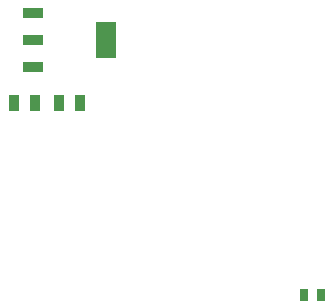
<source format=gbr>
%TF.GenerationSoftware,Altium Limited,Altium Designer,24.7.2 (38)*%
G04 Layer_Color=128*
%FSLAX45Y45*%
%MOMM*%
%TF.SameCoordinates,4658354D-353F-4C49-8F46-90FD7368F250*%
%TF.FilePolarity,Positive*%
%TF.FileFunction,Paste,Bot*%
%TF.Part,Single*%
G01*
G75*
%TA.AperFunction,SMDPad,CuDef*%
%ADD33R,0.95000X1.40000*%
%ADD34R,0.80000X1.00000*%
%ADD35R,1.76000X3.14000*%
%ADD36R,1.76000X0.88000*%
D33*
X4004100Y4318000D02*
D03*
X3819100D02*
D03*
X4200100D02*
D03*
X4385100D02*
D03*
D34*
X6426200Y2692400D02*
D03*
X6276200D02*
D03*
D35*
X4605100Y4851400D02*
D03*
D36*
X3980100Y5081400D02*
D03*
Y4851400D02*
D03*
Y4621400D02*
D03*
%TF.MD5,f4601e6f90b896afb7d5a5a33efd11bd*%
M02*

</source>
